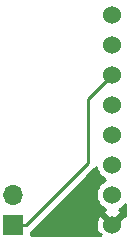
<source format=gbr>
G04 #@! TF.GenerationSoftware,KiCad,Pcbnew,(5.1.5)-3*
G04 #@! TF.CreationDate,2020-12-21T13:09:17+01:00*
G04 #@! TF.ProjectId,epimetheus_adxl345,6570696d-6574-4686-9575-735f6164786c,rev?*
G04 #@! TF.SameCoordinates,Original*
G04 #@! TF.FileFunction,Copper,L2,Bot*
G04 #@! TF.FilePolarity,Positive*
%FSLAX46Y46*%
G04 Gerber Fmt 4.6, Leading zero omitted, Abs format (unit mm)*
G04 Created by KiCad (PCBNEW (5.1.5)-3) date 2020-12-21 13:09:17*
%MOMM*%
%LPD*%
G04 APERTURE LIST*
%ADD10C,1.524000*%
%ADD11O,1.700000X1.700000*%
%ADD12R,1.700000X1.700000*%
%ADD13C,0.250000*%
%ADD14C,0.254000*%
G04 APERTURE END LIST*
D10*
X179324000Y-22352000D03*
X179324000Y-24892000D03*
X179324000Y-27432000D03*
X179324000Y-29972000D03*
X179324000Y-32512000D03*
X179324000Y-35052000D03*
X179324000Y-37592000D03*
X179324000Y-40132000D03*
D11*
X170942000Y-37592000D03*
D12*
X170942000Y-40132000D03*
D13*
X177292000Y-34882000D02*
X177292000Y-29464000D01*
X172042000Y-40132000D02*
X177292000Y-34882000D01*
X170942000Y-40132000D02*
X172042000Y-40132000D01*
X179324000Y-27432000D02*
X177292000Y-29464000D01*
D14*
G36*
X177980686Y-35459490D02*
G01*
X178085995Y-35713727D01*
X178238880Y-35942535D01*
X178433465Y-36137120D01*
X178662273Y-36290005D01*
X178739515Y-36322000D01*
X178662273Y-36353995D01*
X178433465Y-36506880D01*
X178238880Y-36701465D01*
X178085995Y-36930273D01*
X177980686Y-37184510D01*
X177927000Y-37454408D01*
X177927000Y-37729592D01*
X177980686Y-37999490D01*
X178085995Y-38253727D01*
X178238880Y-38482535D01*
X178433465Y-38677120D01*
X178662273Y-38830005D01*
X178733943Y-38859692D01*
X178720977Y-38864364D01*
X178605020Y-38926344D01*
X178538040Y-39166435D01*
X179324000Y-39952395D01*
X180109960Y-39166435D01*
X180042980Y-38926344D01*
X179907240Y-38862515D01*
X179985727Y-38830005D01*
X180214535Y-38677120D01*
X180409120Y-38482535D01*
X180442000Y-38433326D01*
X180442000Y-39388566D01*
X180289565Y-39346040D01*
X179503605Y-40132000D01*
X179517748Y-40146143D01*
X179338143Y-40325748D01*
X179324000Y-40311605D01*
X179309858Y-40325748D01*
X179130253Y-40146143D01*
X179144395Y-40132000D01*
X178358435Y-39346040D01*
X178118344Y-39413020D01*
X178001244Y-39662048D01*
X177934977Y-39929135D01*
X177922090Y-40204017D01*
X177963078Y-40476133D01*
X178056364Y-40735023D01*
X178118344Y-40850980D01*
X178358433Y-40917959D01*
X178280392Y-40996000D01*
X172428693Y-40996000D01*
X172430072Y-40982000D01*
X172430072Y-40786326D01*
X172466276Y-40766974D01*
X172582001Y-40672001D01*
X172605804Y-40642997D01*
X177803004Y-35445798D01*
X177832001Y-35422001D01*
X177926974Y-35306276D01*
X177943908Y-35274595D01*
X177980686Y-35459490D01*
G37*
X177980686Y-35459490D02*
X178085995Y-35713727D01*
X178238880Y-35942535D01*
X178433465Y-36137120D01*
X178662273Y-36290005D01*
X178739515Y-36322000D01*
X178662273Y-36353995D01*
X178433465Y-36506880D01*
X178238880Y-36701465D01*
X178085995Y-36930273D01*
X177980686Y-37184510D01*
X177927000Y-37454408D01*
X177927000Y-37729592D01*
X177980686Y-37999490D01*
X178085995Y-38253727D01*
X178238880Y-38482535D01*
X178433465Y-38677120D01*
X178662273Y-38830005D01*
X178733943Y-38859692D01*
X178720977Y-38864364D01*
X178605020Y-38926344D01*
X178538040Y-39166435D01*
X179324000Y-39952395D01*
X180109960Y-39166435D01*
X180042980Y-38926344D01*
X179907240Y-38862515D01*
X179985727Y-38830005D01*
X180214535Y-38677120D01*
X180409120Y-38482535D01*
X180442000Y-38433326D01*
X180442000Y-39388566D01*
X180289565Y-39346040D01*
X179503605Y-40132000D01*
X179517748Y-40146143D01*
X179338143Y-40325748D01*
X179324000Y-40311605D01*
X179309858Y-40325748D01*
X179130253Y-40146143D01*
X179144395Y-40132000D01*
X178358435Y-39346040D01*
X178118344Y-39413020D01*
X178001244Y-39662048D01*
X177934977Y-39929135D01*
X177922090Y-40204017D01*
X177963078Y-40476133D01*
X178056364Y-40735023D01*
X178118344Y-40850980D01*
X178358433Y-40917959D01*
X178280392Y-40996000D01*
X172428693Y-40996000D01*
X172430072Y-40982000D01*
X172430072Y-40786326D01*
X172466276Y-40766974D01*
X172582001Y-40672001D01*
X172605804Y-40642997D01*
X177803004Y-35445798D01*
X177832001Y-35422001D01*
X177926974Y-35306276D01*
X177943908Y-35274595D01*
X177980686Y-35459490D01*
M02*

</source>
